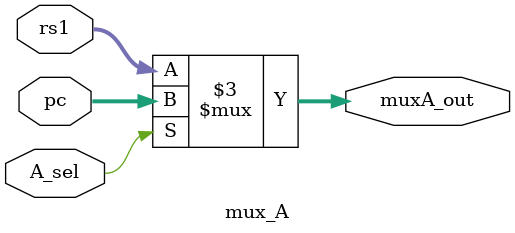
<source format=v>
module mux_A (input [31:0] pc // gia tri PC hien hanh
		, rs1 // gia tri luu trong DataA cua Reg[] la rs1 
              ,input A_sel,
              output reg [31:0] muxA_out);
always @(A_sel, pc, rs1) begin
  if (A_sel)// A_sel = 1  chon toan hang 1 la gia tri PC cho ALU tinh toan phuc vu cac cau lenh nhay
    muxA_out= pc;
  else// A_sel = 0 chon du lieu tu Reg[] DataA laf toan hang 1 rs1 cho ALU
    muxA_out= rs1;
end
endmodule

</source>
